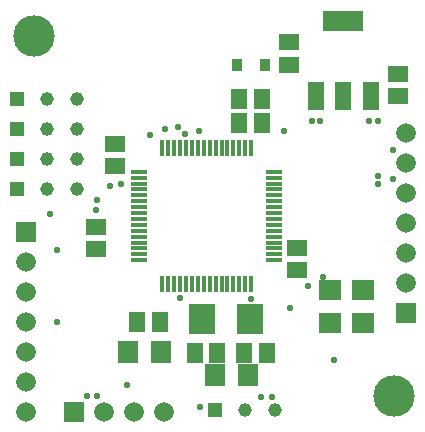
<source format=gbs>
G04 Layer_Color=16711935*
%FSLAX24Y24*%
%MOIN*%
G70*
G01*
G75*
%ADD76R,0.0772X0.0693*%
%ADD78R,0.0575X0.0654*%
%ADD79R,0.0654X0.0575*%
%ADD82R,0.0654X0.0654*%
%ADD83R,0.0654X0.0654*%
%ADD84C,0.0654*%
%ADD85R,0.0463X0.0463*%
%ADD86C,0.0463*%
%ADD87R,0.0463X0.0463*%
%ADD88C,0.1378*%
%ADD89C,0.0213*%
%ADD90R,0.0378X0.0417*%
%ADD91R,0.0693X0.0772*%
%ADD92R,0.0535X0.0929*%
%ADD93R,0.1362X0.0693*%
%ADD94R,0.0157X0.0574*%
%ADD95R,0.0574X0.0157*%
%ADD96R,0.0850X0.1008*%
D76*
X12037Y4616D02*
D03*
Y3514D02*
D03*
X10945Y4616D02*
D03*
Y3514D02*
D03*
D78*
X8666Y10974D02*
D03*
X7918D02*
D03*
X8839Y2534D02*
D03*
X8091D02*
D03*
X6442D02*
D03*
X7190D02*
D03*
X8666Y10187D02*
D03*
X7918D02*
D03*
X5266Y3543D02*
D03*
X4518D02*
D03*
D79*
X9572Y12874D02*
D03*
Y12126D02*
D03*
X13214Y11821D02*
D03*
Y11073D02*
D03*
X9843Y6033D02*
D03*
Y5285D02*
D03*
X3789Y8750D02*
D03*
Y9498D02*
D03*
X3150Y6724D02*
D03*
Y5976D02*
D03*
D82*
X807Y6557D02*
D03*
X13465Y3856D02*
D03*
D83*
X2420Y566D02*
D03*
D84*
X3420D02*
D03*
X4420D02*
D03*
X5420D02*
D03*
X807Y557D02*
D03*
Y1557D02*
D03*
Y2557D02*
D03*
Y3557D02*
D03*
Y5557D02*
D03*
Y4557D02*
D03*
X13465Y9856D02*
D03*
Y8856D02*
D03*
Y7856D02*
D03*
Y6856D02*
D03*
Y4856D02*
D03*
Y5856D02*
D03*
D85*
X7100Y630D02*
D03*
D86*
X8100D02*
D03*
X9100D02*
D03*
X2517Y7999D02*
D03*
Y8999D02*
D03*
Y9999D02*
D03*
Y10999D02*
D03*
X1517Y7999D02*
D03*
Y8999D02*
D03*
Y9999D02*
D03*
Y10999D02*
D03*
D87*
X517Y7999D02*
D03*
Y8999D02*
D03*
Y9999D02*
D03*
Y10999D02*
D03*
D88*
X1083Y13091D02*
D03*
X13091Y1083D02*
D03*
D89*
X8312Y4326D02*
D03*
X3986Y8169D02*
D03*
X3617Y8095D02*
D03*
X13051Y9291D02*
D03*
X11073Y2288D02*
D03*
X10335Y10261D02*
D03*
X10605D02*
D03*
X12254D02*
D03*
X4183Y1452D02*
D03*
X9400Y9916D02*
D03*
X1600Y7150D02*
D03*
X3150Y7300D02*
D03*
X1850Y5950D02*
D03*
Y3550D02*
D03*
X6565Y9921D02*
D03*
X4961Y9774D02*
D03*
X12549Y10261D02*
D03*
X9606Y4016D02*
D03*
X10217Y4764D02*
D03*
X9006Y1058D02*
D03*
X8661D02*
D03*
X5955Y4355D02*
D03*
X6605Y714D02*
D03*
X2864Y1093D02*
D03*
X12559Y8150D02*
D03*
Y8425D02*
D03*
X13050Y8326D02*
D03*
X5453Y10000D02*
D03*
X10728Y5049D02*
D03*
X6102Y9823D02*
D03*
X3189Y1083D02*
D03*
X3179Y7628D02*
D03*
X5896Y10039D02*
D03*
D90*
X7864Y12106D02*
D03*
X8770D02*
D03*
D91*
X4213Y2559D02*
D03*
X5315D02*
D03*
X7126Y1772D02*
D03*
X8228D02*
D03*
D92*
X10487Y11083D02*
D03*
X11393D02*
D03*
X12298D02*
D03*
D93*
X11393Y13602D02*
D03*
D94*
X8317Y9341D02*
D03*
X8120D02*
D03*
X7923D02*
D03*
X7726D02*
D03*
X7530D02*
D03*
X7333D02*
D03*
X7136D02*
D03*
X6939D02*
D03*
X6742D02*
D03*
X6545D02*
D03*
X6348D02*
D03*
X6152D02*
D03*
X5955D02*
D03*
X5758D02*
D03*
X5561D02*
D03*
X5364D02*
D03*
X5364Y4833D02*
D03*
X5561D02*
D03*
X5758D02*
D03*
X5955D02*
D03*
X6152D02*
D03*
X6348D02*
D03*
X6545D02*
D03*
X6742D02*
D03*
X6939D02*
D03*
X7136D02*
D03*
X7333D02*
D03*
X7530D02*
D03*
X7726D02*
D03*
X7923D02*
D03*
X8120D02*
D03*
X8317D02*
D03*
D95*
X9094Y5610D02*
D03*
Y5807D02*
D03*
Y6004D02*
D03*
Y6201D02*
D03*
Y6398D02*
D03*
Y6594D02*
D03*
Y6791D02*
D03*
Y6988D02*
D03*
Y7185D02*
D03*
Y7382D02*
D03*
Y7579D02*
D03*
Y7776D02*
D03*
Y7972D02*
D03*
Y8169D02*
D03*
Y8366D02*
D03*
Y8563D02*
D03*
X4587D02*
D03*
Y8366D02*
D03*
Y8169D02*
D03*
Y7972D02*
D03*
Y7776D02*
D03*
Y7579D02*
D03*
Y7382D02*
D03*
Y7185D02*
D03*
Y6988D02*
D03*
Y6791D02*
D03*
Y6594D02*
D03*
Y6398D02*
D03*
Y6201D02*
D03*
Y6004D02*
D03*
Y5807D02*
D03*
Y5610D02*
D03*
D96*
X8268Y3642D02*
D03*
X6693D02*
D03*
M02*

</source>
